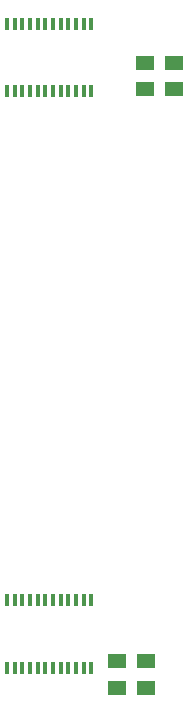
<source format=gtp>
G04 #@! TF.FileFunction,Paste,Top*
%FSLAX46Y46*%
G04 Gerber Fmt 4.6, Leading zero omitted, Abs format (unit mm)*
G04 Created by KiCad (PCBNEW 4.0.5+dfsg1-4) date Mon Feb 26 17:29:33 2018*
%MOMM*%
%LPD*%
G01*
G04 APERTURE LIST*
%ADD10C,0.150000*%
%ADD11R,0.400000X1.100000*%
%ADD12R,1.500000X1.250000*%
G04 APERTURE END LIST*
D10*
D11*
X161640000Y-51187500D03*
X160990000Y-51187500D03*
X160340000Y-51187500D03*
X159690000Y-51187500D03*
X159040000Y-51187500D03*
X158390000Y-51187500D03*
X157740000Y-51187500D03*
X157090000Y-51187500D03*
X156440000Y-51187500D03*
X155790000Y-51187500D03*
X155140000Y-51187500D03*
X154490000Y-51187500D03*
X154490000Y-56887500D03*
X155140000Y-56887500D03*
X155790000Y-56887500D03*
X156440000Y-56887500D03*
X157090000Y-56887500D03*
X157740000Y-56887500D03*
X158390000Y-56887500D03*
X159040000Y-56887500D03*
X159690000Y-56887500D03*
X160340000Y-56887500D03*
X160990000Y-56887500D03*
X161640000Y-56887500D03*
X161640000Y-100019000D03*
X160990000Y-100019000D03*
X160340000Y-100019000D03*
X159690000Y-100019000D03*
X159040000Y-100019000D03*
X158390000Y-100019000D03*
X157740000Y-100019000D03*
X157090000Y-100019000D03*
X156440000Y-100019000D03*
X155790000Y-100019000D03*
X155140000Y-100019000D03*
X154490000Y-100019000D03*
X154490000Y-105719000D03*
X155140000Y-105719000D03*
X155790000Y-105719000D03*
X156440000Y-105719000D03*
X157090000Y-105719000D03*
X157740000Y-105719000D03*
X158390000Y-105719000D03*
X159040000Y-105719000D03*
X159690000Y-105719000D03*
X160340000Y-105719000D03*
X160990000Y-105719000D03*
X161640000Y-105719000D03*
D12*
X163787300Y-105116900D03*
X166287300Y-105116900D03*
X163787300Y-107415600D03*
X166287300Y-107415600D03*
X166149500Y-54507400D03*
X168649500Y-54507400D03*
X166149500Y-56717200D03*
X168649500Y-56717200D03*
M02*

</source>
